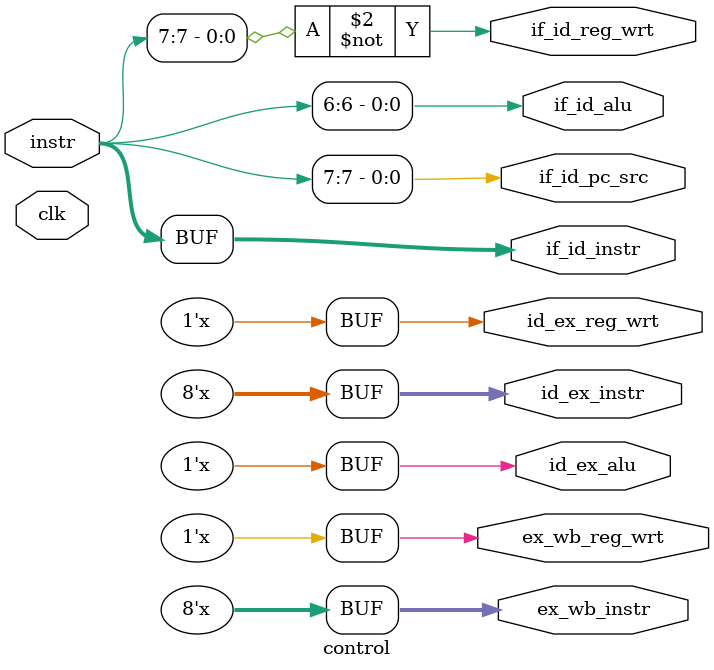
<source format=v>
`timescale 1ns / 1ps

module control(
    input clk,
    input [7:0] instr,
    output reg [7:0] if_id_instr,
    output reg [7:0] id_ex_instr,
    output reg [7:0] ex_wb_instr,
    output reg if_id_pc_src,
    output reg if_id_alu,
    output reg id_ex_alu,
    output reg if_id_reg_wrt,
    output reg id_ex_reg_wrt,
    output reg ex_wb_reg_wrt
);

    always @(instr) begin

        if_id_pc_src    <= instr[7];
        if_id_reg_wrt   <= ~instr[7];
        if_id_alu       <= instr[6];
        if_id_instr     <= instr;

        id_ex_reg_wrt   <= if_id_reg_wrt;
        id_ex_alu       <= if_id_alu;
        id_ex_instr     <= if_id_instr;

        ex_wb_reg_wrt   <= id_ex_reg_wrt;
        ex_wb_instr     <= id_ex_instr;

    end

endmodule
</source>
